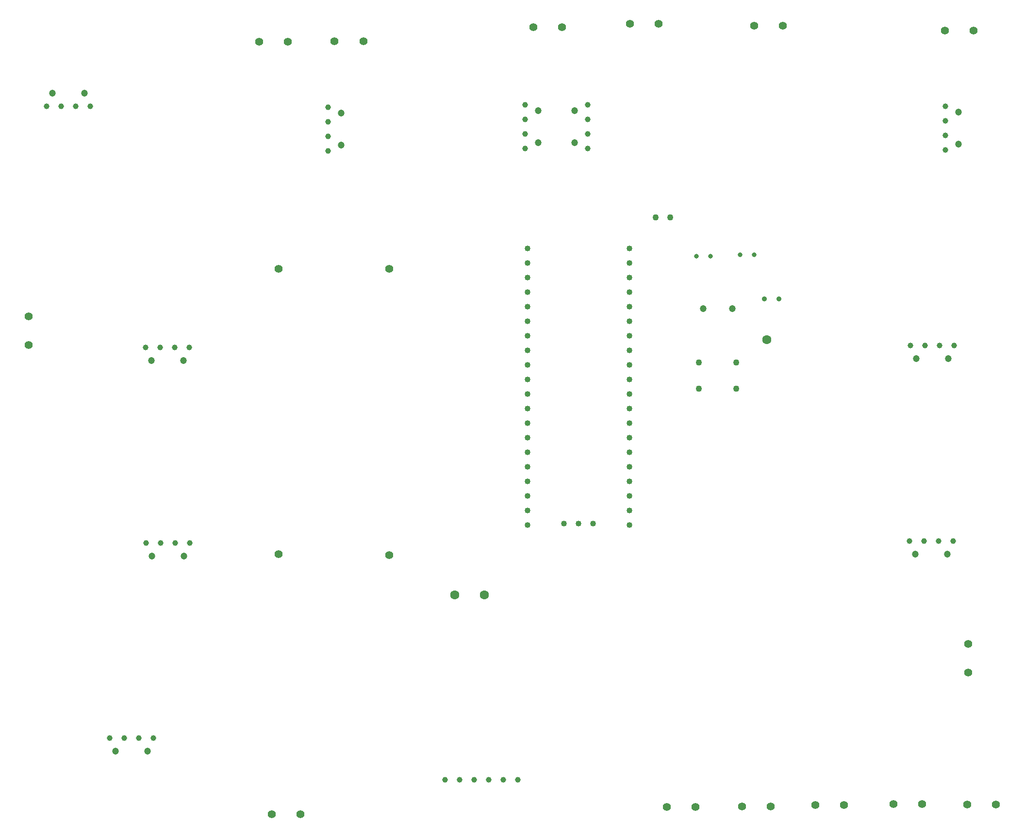
<source format=gbr>
%TF.GenerationSoftware,KiCad,Pcbnew,7.0.11+dfsg-1build4*%
%TF.CreationDate,2025-03-03T16:30:46+05:30*%
%TF.ProjectId,incubator,696e6375-6261-4746-9f72-2e6b69636164,rev?*%
%TF.SameCoordinates,Original*%
%TF.FileFunction,Plated,1,2,PTH,Drill*%
%TF.FilePolarity,Positive*%
%FSLAX46Y46*%
G04 Gerber Fmt 4.6, Leading zero omitted, Abs format (unit mm)*
G04 Created by KiCad (PCBNEW 7.0.11+dfsg-1build4) date 2025-03-03 16:30:46*
%MOMM*%
%LPD*%
G01*
G04 APERTURE LIST*
%TA.AperFunction,ComponentDrill*%
%ADD10C,0.800000*%
%TD*%
%TA.AperFunction,ComponentDrill*%
%ADD11C,0.900000*%
%TD*%
%TA.AperFunction,ComponentDrill*%
%ADD12C,1.000000*%
%TD*%
%TA.AperFunction,ComponentDrill*%
%ADD13C,1.020000*%
%TD*%
%TA.AperFunction,ComponentDrill*%
%ADD14C,1.100000*%
%TD*%
%TA.AperFunction,ComponentDrill*%
%ADD15C,1.200000*%
%TD*%
%TA.AperFunction,ComponentDrill*%
%ADD16C,1.400000*%
%TD*%
%TA.AperFunction,ComponentDrill*%
%ADD17C,1.600000*%
%TD*%
G04 APERTURE END LIST*
D10*
%TO.C,C3*%
X157181000Y-68303000D03*
X159681000Y-68303000D03*
%TO.C,C1*%
X164825888Y-68023000D03*
X167325888Y-68023000D03*
D11*
%TO.C,D1*%
X169061000Y-75753000D03*
X171601000Y-75753000D03*
D12*
%TO.C,U4*%
X43870000Y-42156000D03*
X46410000Y-42156000D03*
X48950000Y-42156000D03*
X51490000Y-42156000D03*
%TO.C,U12*%
X54860000Y-152380000D03*
X57400000Y-152380000D03*
X59940000Y-152380000D03*
%TO.C,U9*%
X61144000Y-84180000D03*
%TO.C,U11*%
X61222000Y-118304000D03*
%TO.C,U12*%
X62480000Y-152380000D03*
%TO.C,U9*%
X63684000Y-84180000D03*
%TO.C,U11*%
X63762000Y-118304000D03*
%TO.C,U9*%
X66224000Y-84180000D03*
%TO.C,U11*%
X66302000Y-118304000D03*
%TO.C,U9*%
X68764000Y-84180000D03*
%TO.C,U11*%
X68842000Y-118304000D03*
%TO.C,U7*%
X92968000Y-42294000D03*
X92968000Y-44834000D03*
X92968000Y-47374000D03*
X92968000Y-49914000D03*
%TO.C,U10*%
X113374000Y-159606000D03*
X115914000Y-159606000D03*
X118454000Y-159606000D03*
X120994000Y-159606000D03*
X123534000Y-159606000D03*
X126074000Y-159606000D03*
%TO.C,U8*%
X127304000Y-41820000D03*
X127304000Y-44360000D03*
X127304000Y-46900000D03*
X127304000Y-49440000D03*
%TO.C,U5*%
X138229000Y-41833500D03*
X138229000Y-44373500D03*
X138229000Y-46913500D03*
X138229000Y-49453500D03*
%TO.C,U13*%
X194364000Y-118010000D03*
%TO.C,U1*%
X194578000Y-83874000D03*
%TO.C,U13*%
X196904000Y-118010000D03*
%TO.C,U1*%
X197118000Y-83874000D03*
%TO.C,U13*%
X199444000Y-118010000D03*
%TO.C,U1*%
X199658000Y-83874000D03*
%TO.C,U6*%
X200618000Y-42124000D03*
X200618000Y-44664000D03*
X200618000Y-47204000D03*
X200618000Y-49744000D03*
%TO.C,U13*%
X201984000Y-118010000D03*
%TO.C,U1*%
X202198000Y-83874000D03*
D13*
%TO.C,U3*%
X127750000Y-66880000D03*
X127750000Y-69420000D03*
X127750000Y-71960000D03*
X127750000Y-74500000D03*
X127750000Y-77040000D03*
X127750000Y-79580000D03*
X127750000Y-82120000D03*
X127750000Y-84660000D03*
X127750000Y-87200000D03*
X127750000Y-89740000D03*
X127750000Y-92280000D03*
X127750000Y-94820000D03*
X127750000Y-97360000D03*
X127750000Y-99900000D03*
X127750000Y-102440000D03*
X127750000Y-104980000D03*
X127750000Y-107520000D03*
X127750000Y-110060000D03*
X127750000Y-112600000D03*
X127750000Y-115140000D03*
X134100000Y-114910000D03*
X136640000Y-114910000D03*
X139180000Y-114910000D03*
X145530000Y-66880000D03*
X145530000Y-69420000D03*
X145530000Y-71960000D03*
X145530000Y-74500000D03*
X145530000Y-77040000D03*
X145530000Y-79580000D03*
X145530000Y-82120000D03*
X145530000Y-84660000D03*
X145530000Y-87200000D03*
X145530000Y-89740000D03*
X145530000Y-92280000D03*
X145530000Y-94820000D03*
X145530000Y-97360000D03*
X145530000Y-99900000D03*
X145530000Y-102440000D03*
X145530000Y-104980000D03*
X145530000Y-107520000D03*
X145530000Y-110060000D03*
X145530000Y-112600000D03*
X145530000Y-115140000D03*
D14*
%TO.C,D2*%
X150091000Y-61523000D03*
X152631000Y-61523000D03*
%TO.C,SW1*%
X157661000Y-86853000D03*
X157661000Y-91353000D03*
X164161000Y-86853000D03*
X164161000Y-91353000D03*
D15*
%TO.C,U4*%
X44886000Y-39870000D03*
X50474000Y-39870000D03*
%TO.C,U12*%
X55876000Y-154666000D03*
X61464000Y-154666000D03*
%TO.C,U9*%
X62160000Y-86466000D03*
%TO.C,U11*%
X62238000Y-120590000D03*
%TO.C,U9*%
X67748000Y-86466000D03*
%TO.C,U11*%
X67826000Y-120590000D03*
%TO.C,U7*%
X95254000Y-43310000D03*
X95254000Y-48898000D03*
%TO.C,U8*%
X129590000Y-42836000D03*
X129590000Y-48424000D03*
%TO.C,U5*%
X135943000Y-42849500D03*
X135943000Y-48437500D03*
%TO.C,R1*%
X158381000Y-77393000D03*
X163461000Y-77393000D03*
%TO.C,U13*%
X195380000Y-120296000D03*
%TO.C,U1*%
X195594000Y-86160000D03*
%TO.C,U13*%
X200968000Y-120296000D03*
%TO.C,U1*%
X201182000Y-86160000D03*
%TO.C,U6*%
X202904000Y-43140000D03*
X202904000Y-48728000D03*
D16*
%TO.C,J20*%
X40674000Y-78800000D03*
X40674000Y-83800000D03*
%TO.C,J3*%
X80894000Y-30880000D03*
%TO.C,J15*%
X83130000Y-165610000D03*
%TO.C,U2*%
X84303000Y-70516000D03*
X84303000Y-120300000D03*
%TO.C,J3*%
X85894000Y-30880000D03*
%TO.C,J15*%
X88130000Y-165610000D03*
%TO.C,J1*%
X94094000Y-30740000D03*
X99094000Y-30740000D03*
%TO.C,U2*%
X103607000Y-70516000D03*
X103607000Y-120427000D03*
%TO.C,J21*%
X128804000Y-28300000D03*
X133804000Y-28300000D03*
%TO.C,J22*%
X145594000Y-27750000D03*
X150594000Y-27750000D03*
%TO.C,J12*%
X152044000Y-164370000D03*
X157044000Y-164370000D03*
%TO.C,J17*%
X165174000Y-164270000D03*
%TO.C,J5*%
X167254000Y-28030000D03*
%TO.C,J17*%
X170174000Y-164270000D03*
%TO.C,J5*%
X172254000Y-28030000D03*
%TO.C,J14*%
X177974000Y-164070000D03*
X182974000Y-164070000D03*
%TO.C,J13*%
X191564000Y-163870000D03*
X196564000Y-163870000D03*
%TO.C,J2*%
X200574000Y-28890000D03*
%TO.C,J16*%
X204444000Y-163930000D03*
%TO.C,J6*%
X204614000Y-135930000D03*
X204614000Y-140930000D03*
%TO.C,J2*%
X205574000Y-28890000D03*
%TO.C,J16*%
X209444000Y-163930000D03*
D17*
%TO.C,TP1*%
X115074000Y-127360000D03*
%TO.C,TP2*%
X120234000Y-127360000D03*
%TO.C,TP3*%
X169501000Y-82873000D03*
M02*

</source>
